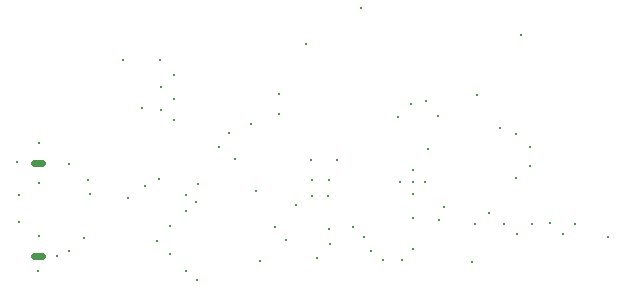
<source format=gbr>
%TF.GenerationSoftware,KiCad,Pcbnew,9.0.3*%
%TF.CreationDate,2025-09-07T14:34:48+02:00*%
%TF.ProjectId,LoTiBloxy,4c6f5469-426c-46f7-9879-2e6b69636164,rev?*%
%TF.SameCoordinates,Original*%
%TF.FileFunction,Plated,1,2,PTH,Mixed*%
%TF.FilePolarity,Positive*%
%FSLAX46Y46*%
G04 Gerber Fmt 4.6, Leading zero omitted, Abs format (unit mm)*
G04 Created by KiCad (PCBNEW 9.0.3) date 2025-09-07 14:34:48*
%MOMM*%
%LPD*%
G01*
G04 APERTURE LIST*
%TA.AperFunction,ViaDrill*%
%ADD10C,0.300000*%
%TD*%
%TA.AperFunction,ComponentDrill*%
%ADD11C,0.300000*%
%TD*%
G04 aperture for slot hole*
%TA.AperFunction,ComponentDrill*%
%ADD12C,0.609600*%
%TD*%
G04 APERTURE END LIST*
D10*
X81000000Y-97600000D03*
X81200000Y-102700000D03*
X81225000Y-100375000D03*
X82800000Y-106825000D03*
X82850000Y-95950000D03*
X82850000Y-99400000D03*
X82850000Y-103850000D03*
X84375000Y-105525000D03*
X85400000Y-105150000D03*
X85450000Y-97750000D03*
X86732618Y-104056948D03*
X87050000Y-99100000D03*
X87200000Y-100250000D03*
X90000000Y-88975000D03*
X90450000Y-100600000D03*
X91650000Y-93000000D03*
X91850000Y-99650000D03*
X92850000Y-104250000D03*
X93088873Y-99038873D03*
X93175000Y-88975000D03*
X93200000Y-91200000D03*
X93250000Y-93200000D03*
X93975000Y-102991294D03*
X93975000Y-105374400D03*
X94300000Y-90200000D03*
X94300000Y-94000000D03*
X94350000Y-92250000D03*
X95321600Y-106771600D03*
X95325000Y-101750000D03*
X95376600Y-100406600D03*
X96174700Y-100975300D03*
X96250000Y-107600000D03*
X96331902Y-99451298D03*
X98166800Y-96316800D03*
X98960000Y-95140000D03*
X99475000Y-97325000D03*
X100875000Y-94350000D03*
X101281475Y-100025000D03*
X101600000Y-106000000D03*
X102880000Y-103105000D03*
X103250000Y-91850000D03*
X103250000Y-93475000D03*
X103775000Y-104200000D03*
X104650000Y-101200000D03*
X105475000Y-87600000D03*
X105950000Y-97375000D03*
X106000000Y-99100000D03*
X106000000Y-100475000D03*
X106400000Y-105750000D03*
X107354000Y-100500000D03*
X107430000Y-99100000D03*
X107450000Y-103215000D03*
X107500000Y-104565000D03*
X108090000Y-97400000D03*
X109480000Y-103080000D03*
X110175000Y-84575000D03*
X110375000Y-103896400D03*
X111000000Y-105150000D03*
X112050000Y-105850000D03*
X113300000Y-93738196D03*
X113600000Y-105850000D03*
X114350000Y-92700000D03*
X114525000Y-104925000D03*
X114550000Y-102300000D03*
X115640000Y-92410000D03*
X115800000Y-96450000D03*
X116700000Y-93700000D03*
X116725000Y-102500000D03*
X117150000Y-101400000D03*
X119585000Y-106050001D03*
X119845000Y-102795000D03*
X120000000Y-91875000D03*
X120950000Y-101900000D03*
X121900000Y-94700000D03*
X122301804Y-102798196D03*
X123245000Y-98895000D03*
X123250000Y-95200000D03*
X123390000Y-103640000D03*
X123700000Y-86800000D03*
X124495000Y-97955000D03*
X124500000Y-96300000D03*
X124600000Y-102800000D03*
X126150000Y-102725000D03*
X127250000Y-103650000D03*
X128250000Y-102800000D03*
X131075000Y-103900000D03*
D11*
%TO.C,U2*%
X113465000Y-99268196D03*
X114539997Y-99268196D03*
X114540000Y-98218196D03*
X114540000Y-100318196D03*
X115565000Y-99268196D03*
D12*
%TO.C,J3*%
X83172199Y-97625000D02*
X82486399Y-97625000D01*
X83172199Y-105525000D02*
X82486399Y-105525000D01*
M02*

</source>
